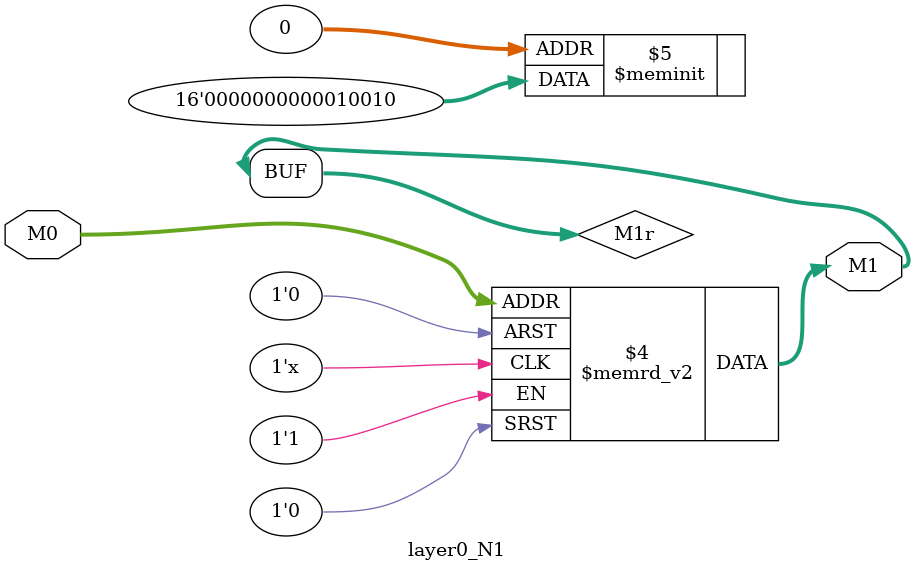
<source format=v>
module layer0_N1 ( input [2:0] M0, output [1:0] M1 );

	(*rom_style = "distributed" *) reg [1:0] M1r;
	assign M1 = M1r;
	always @ (M0) begin
		case (M0)
			3'b000: M1r = 2'b10;
			3'b100: M1r = 2'b00;
			3'b010: M1r = 2'b01;
			3'b110: M1r = 2'b00;
			3'b001: M1r = 2'b00;
			3'b101: M1r = 2'b00;
			3'b011: M1r = 2'b00;
			3'b111: M1r = 2'b00;

		endcase
	end
endmodule

</source>
